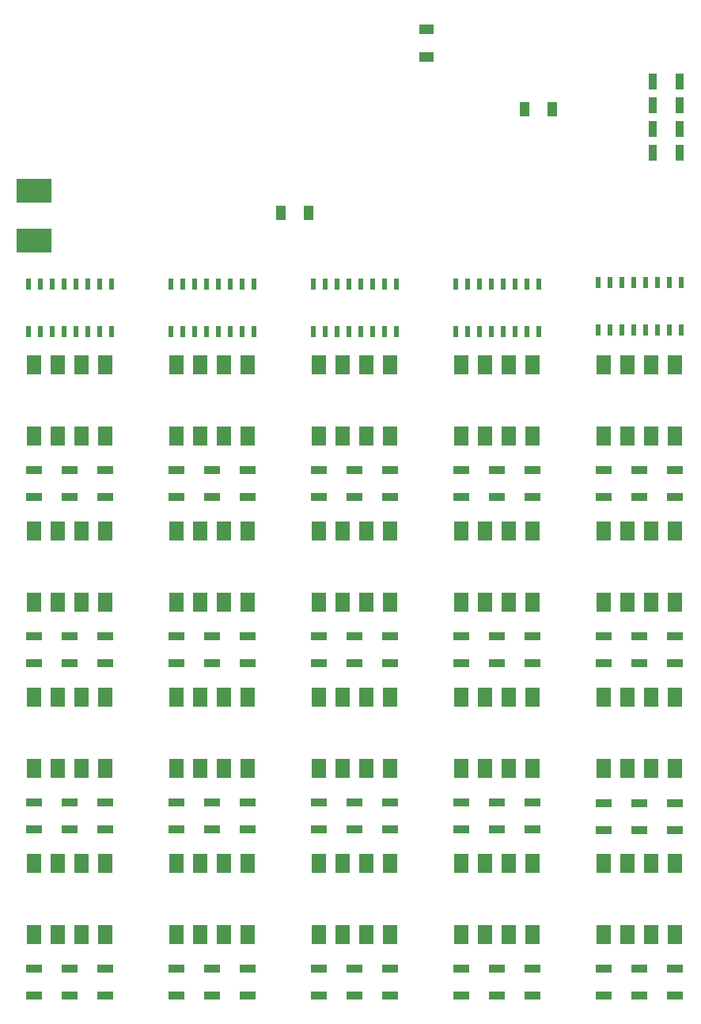
<source format=gbp>
G04 #@! TF.FileFunction,Paste,Bot*
%FSLAX46Y46*%
G04 Gerber Fmt 4.6, Leading zero omitted, Abs format (unit mm)*
G04 Created by KiCad (PCBNEW 4.0.1-stable) date 9/27/2016 11:15:56 AM*
%MOMM*%
G01*
G04 APERTURE LIST*
%ADD10C,0.150000*%
%ADD11R,3.749040X2.550160*%
%ADD12R,1.524000X2.032000*%
%ADD13R,0.508000X1.143000*%
%ADD14R,1.600000X1.000000*%
%ADD15R,1.000000X1.600000*%
%ADD16R,1.700000X0.900000*%
%ADD17R,0.900000X1.700000*%
G04 APERTURE END LIST*
D10*
D11*
X23018750Y-37717730D03*
X23018750Y-43117770D03*
D12*
X91598750Y-117316250D03*
X89058750Y-117316250D03*
X86518750Y-117316250D03*
X83978750Y-117316250D03*
X83978750Y-109696250D03*
X86518750Y-109696250D03*
X89058750Y-109696250D03*
X91598750Y-109696250D03*
X91598750Y-99536250D03*
X89058750Y-99536250D03*
X86518750Y-99536250D03*
X83978750Y-99536250D03*
X83978750Y-91916250D03*
X86518750Y-91916250D03*
X89058750Y-91916250D03*
X91598750Y-91916250D03*
X91598750Y-81756250D03*
X89058750Y-81756250D03*
X86518750Y-81756250D03*
X83978750Y-81756250D03*
X83978750Y-74136250D03*
X86518750Y-74136250D03*
X89058750Y-74136250D03*
X91598750Y-74136250D03*
X91598750Y-63976250D03*
X89058750Y-63976250D03*
X86518750Y-63976250D03*
X83978750Y-63976250D03*
X83978750Y-56356250D03*
X86518750Y-56356250D03*
X89058750Y-56356250D03*
X91598750Y-56356250D03*
X76358750Y-117316250D03*
X73818750Y-117316250D03*
X71278750Y-117316250D03*
X68738750Y-117316250D03*
X68738750Y-109696250D03*
X71278750Y-109696250D03*
X73818750Y-109696250D03*
X76358750Y-109696250D03*
X76358750Y-99536250D03*
X73818750Y-99536250D03*
X71278750Y-99536250D03*
X68738750Y-99536250D03*
X68738750Y-91916250D03*
X71278750Y-91916250D03*
X73818750Y-91916250D03*
X76358750Y-91916250D03*
X76358750Y-81756250D03*
X73818750Y-81756250D03*
X71278750Y-81756250D03*
X68738750Y-81756250D03*
X68738750Y-74136250D03*
X71278750Y-74136250D03*
X73818750Y-74136250D03*
X76358750Y-74136250D03*
X76358750Y-63976250D03*
X73818750Y-63976250D03*
X71278750Y-63976250D03*
X68738750Y-63976250D03*
X68738750Y-56356250D03*
X71278750Y-56356250D03*
X73818750Y-56356250D03*
X76358750Y-56356250D03*
X61118750Y-117316250D03*
X58578750Y-117316250D03*
X56038750Y-117316250D03*
X53498750Y-117316250D03*
X53498750Y-109696250D03*
X56038750Y-109696250D03*
X58578750Y-109696250D03*
X61118750Y-109696250D03*
X61118750Y-99536250D03*
X58578750Y-99536250D03*
X56038750Y-99536250D03*
X53498750Y-99536250D03*
X53498750Y-91916250D03*
X56038750Y-91916250D03*
X58578750Y-91916250D03*
X61118750Y-91916250D03*
X61118750Y-81756250D03*
X58578750Y-81756250D03*
X56038750Y-81756250D03*
X53498750Y-81756250D03*
X53498750Y-74136250D03*
X56038750Y-74136250D03*
X58578750Y-74136250D03*
X61118750Y-74136250D03*
X61118750Y-63976250D03*
X58578750Y-63976250D03*
X56038750Y-63976250D03*
X53498750Y-63976250D03*
X53498750Y-56356250D03*
X56038750Y-56356250D03*
X58578750Y-56356250D03*
X61118750Y-56356250D03*
X45878750Y-117316250D03*
X43338750Y-117316250D03*
X40798750Y-117316250D03*
X38258750Y-117316250D03*
X38258750Y-109696250D03*
X40798750Y-109696250D03*
X43338750Y-109696250D03*
X45878750Y-109696250D03*
X45878750Y-99536250D03*
X43338750Y-99536250D03*
X40798750Y-99536250D03*
X38258750Y-99536250D03*
X38258750Y-91916250D03*
X40798750Y-91916250D03*
X43338750Y-91916250D03*
X45878750Y-91916250D03*
X45878750Y-81756250D03*
X43338750Y-81756250D03*
X40798750Y-81756250D03*
X38258750Y-81756250D03*
X38258750Y-74136250D03*
X40798750Y-74136250D03*
X43338750Y-74136250D03*
X45878750Y-74136250D03*
X45878750Y-63976250D03*
X43338750Y-63976250D03*
X40798750Y-63976250D03*
X38258750Y-63976250D03*
X38258750Y-56356250D03*
X40798750Y-56356250D03*
X43338750Y-56356250D03*
X45878750Y-56356250D03*
X30638750Y-117316250D03*
X28098750Y-117316250D03*
X25558750Y-117316250D03*
X23018750Y-117316250D03*
X23018750Y-109696250D03*
X25558750Y-109696250D03*
X28098750Y-109696250D03*
X30638750Y-109696250D03*
X30638750Y-99536250D03*
X28098750Y-99536250D03*
X25558750Y-99536250D03*
X23018750Y-99536250D03*
X23018750Y-91916250D03*
X25558750Y-91916250D03*
X28098750Y-91916250D03*
X30638750Y-91916250D03*
X30638750Y-81756250D03*
X28098750Y-81756250D03*
X25558750Y-81756250D03*
X23018750Y-81756250D03*
X23018750Y-74136250D03*
X25558750Y-74136250D03*
X28098750Y-74136250D03*
X30638750Y-74136250D03*
X30638750Y-63976250D03*
X28098750Y-63976250D03*
X25558750Y-63976250D03*
X23018750Y-63976250D03*
X23018750Y-56356250D03*
X25558750Y-56356250D03*
X28098750Y-56356250D03*
X30638750Y-56356250D03*
D13*
X92233750Y-52673250D03*
X90963750Y-52673250D03*
X89693750Y-52673250D03*
X88423750Y-52673250D03*
X87153750Y-52673250D03*
X85883750Y-52673250D03*
X84613750Y-52673250D03*
X83343750Y-52673250D03*
X83343750Y-47593250D03*
X84613750Y-47593250D03*
X85883750Y-47593250D03*
X87153750Y-47593250D03*
X88423750Y-47593250D03*
X89693750Y-47593250D03*
X90963750Y-47593250D03*
X92233750Y-47593250D03*
X76993750Y-52800250D03*
X75723750Y-52800250D03*
X74453750Y-52800250D03*
X73183750Y-52800250D03*
X71913750Y-52800250D03*
X70643750Y-52800250D03*
X69373750Y-52800250D03*
X68103750Y-52800250D03*
X68103750Y-47720250D03*
X69373750Y-47720250D03*
X70643750Y-47720250D03*
X71913750Y-47720250D03*
X73183750Y-47720250D03*
X74453750Y-47720250D03*
X75723750Y-47720250D03*
X76993750Y-47720250D03*
X61753750Y-52800250D03*
X60483750Y-52800250D03*
X59213750Y-52800250D03*
X57943750Y-52800250D03*
X56673750Y-52800250D03*
X55403750Y-52800250D03*
X54133750Y-52800250D03*
X52863750Y-52800250D03*
X52863750Y-47720250D03*
X54133750Y-47720250D03*
X55403750Y-47720250D03*
X56673750Y-47720250D03*
X57943750Y-47720250D03*
X59213750Y-47720250D03*
X60483750Y-47720250D03*
X61753750Y-47720250D03*
X46513750Y-52800250D03*
X45243750Y-52800250D03*
X43973750Y-52800250D03*
X42703750Y-52800250D03*
X41433750Y-52800250D03*
X40163750Y-52800250D03*
X38893750Y-52800250D03*
X37623750Y-52800250D03*
X37623750Y-47720250D03*
X38893750Y-47720250D03*
X40163750Y-47720250D03*
X41433750Y-47720250D03*
X42703750Y-47720250D03*
X43973750Y-47720250D03*
X45243750Y-47720250D03*
X46513750Y-47720250D03*
X31273750Y-52800250D03*
X30003750Y-52800250D03*
X28733750Y-52800250D03*
X27463750Y-52800250D03*
X26193750Y-52800250D03*
X24923750Y-52800250D03*
X23653750Y-52800250D03*
X22383750Y-52800250D03*
X22383750Y-47720250D03*
X23653750Y-47720250D03*
X24923750Y-47720250D03*
X26193750Y-47720250D03*
X27463750Y-47720250D03*
X28733750Y-47720250D03*
X30003750Y-47720250D03*
X31273750Y-47720250D03*
D14*
X65024000Y-20471000D03*
X65024000Y-23471000D03*
D15*
X52376200Y-40106600D03*
X49376200Y-40106600D03*
X75462000Y-29032200D03*
X78462000Y-29032200D03*
D16*
X87788750Y-106193250D03*
X87788750Y-103293250D03*
X87788750Y-88286250D03*
X87788750Y-85386250D03*
X72548750Y-106066250D03*
X72548750Y-103166250D03*
X72548750Y-88286250D03*
X72548750Y-85386250D03*
X57308750Y-106066250D03*
X57308750Y-103166250D03*
X57308750Y-88286250D03*
X57308750Y-85386250D03*
X42068750Y-106066250D03*
X42068750Y-103166250D03*
X42068750Y-88286250D03*
X42068750Y-85386250D03*
D17*
X89228000Y-26035000D03*
X92128000Y-26035000D03*
D16*
X26828750Y-106066250D03*
X26828750Y-103166250D03*
X26828750Y-88286250D03*
X26828750Y-85386250D03*
X91598750Y-120946250D03*
X91598750Y-123846250D03*
X87788750Y-123846250D03*
X87788750Y-120946250D03*
X91598750Y-103293250D03*
X91598750Y-106193250D03*
X91598750Y-85386250D03*
X91598750Y-88286250D03*
X91598750Y-67606250D03*
X91598750Y-70506250D03*
X87788750Y-70506250D03*
X87788750Y-67606250D03*
X83978750Y-123846250D03*
X83978750Y-120946250D03*
X83978750Y-106193250D03*
X83978750Y-103293250D03*
X83978750Y-88286250D03*
X83978750Y-85386250D03*
X83978750Y-70506250D03*
X83978750Y-67606250D03*
X72548750Y-123846250D03*
X72548750Y-120946250D03*
X76358750Y-120946250D03*
X76358750Y-123846250D03*
X76358750Y-103166250D03*
X76358750Y-106066250D03*
X76358750Y-85386250D03*
X76358750Y-88286250D03*
X76358750Y-67606250D03*
X76358750Y-70506250D03*
X72548750Y-70506250D03*
X72548750Y-67606250D03*
X68738750Y-123846250D03*
X68738750Y-120946250D03*
X68738750Y-106066250D03*
X68738750Y-103166250D03*
X68738750Y-88286250D03*
X68738750Y-85386250D03*
X68738750Y-70506250D03*
X68738750Y-67606250D03*
X57308750Y-123846250D03*
X57308750Y-120946250D03*
X61118750Y-120946250D03*
X61118750Y-123846250D03*
X61118750Y-103166250D03*
X61118750Y-106066250D03*
X61118750Y-85386250D03*
X61118750Y-88286250D03*
X61118750Y-67606250D03*
X61118750Y-70506250D03*
X57308750Y-70506250D03*
X57308750Y-67606250D03*
X53498750Y-123846250D03*
X53498750Y-120946250D03*
X53498750Y-106066250D03*
X53498750Y-103166250D03*
X53498750Y-88286250D03*
X53498750Y-85386250D03*
X53498750Y-70506250D03*
X53498750Y-67606250D03*
X42068750Y-123846250D03*
X42068750Y-120946250D03*
X45878750Y-120946250D03*
X45878750Y-123846250D03*
X45878750Y-103166250D03*
X45878750Y-106066250D03*
X45878750Y-85386250D03*
X45878750Y-88286250D03*
X45878750Y-67606250D03*
X45878750Y-70506250D03*
X42068750Y-70506250D03*
X42068750Y-67606250D03*
X38258750Y-123846250D03*
X38258750Y-120946250D03*
X38258750Y-106066250D03*
X38258750Y-103166250D03*
X38258750Y-88286250D03*
X38258750Y-85386250D03*
X38258750Y-70506250D03*
X38258750Y-67606250D03*
X30638750Y-120946250D03*
X30638750Y-123846250D03*
X26828750Y-123846250D03*
X26828750Y-120946250D03*
X30638750Y-103166250D03*
X30638750Y-106066250D03*
X30638750Y-85386250D03*
X30638750Y-88286250D03*
X30638750Y-67606250D03*
X30638750Y-70506250D03*
X26828750Y-70506250D03*
X26828750Y-67606250D03*
X23018750Y-123846250D03*
X23018750Y-120946250D03*
X23018750Y-106066250D03*
X23018750Y-103166250D03*
X23018750Y-88286250D03*
X23018750Y-85386250D03*
X23018750Y-70506250D03*
X23018750Y-67606250D03*
D17*
X89228000Y-31115000D03*
X92128000Y-31115000D03*
X89228000Y-33655000D03*
X92128000Y-33655000D03*
X89228000Y-28575000D03*
X92128000Y-28575000D03*
M02*

</source>
